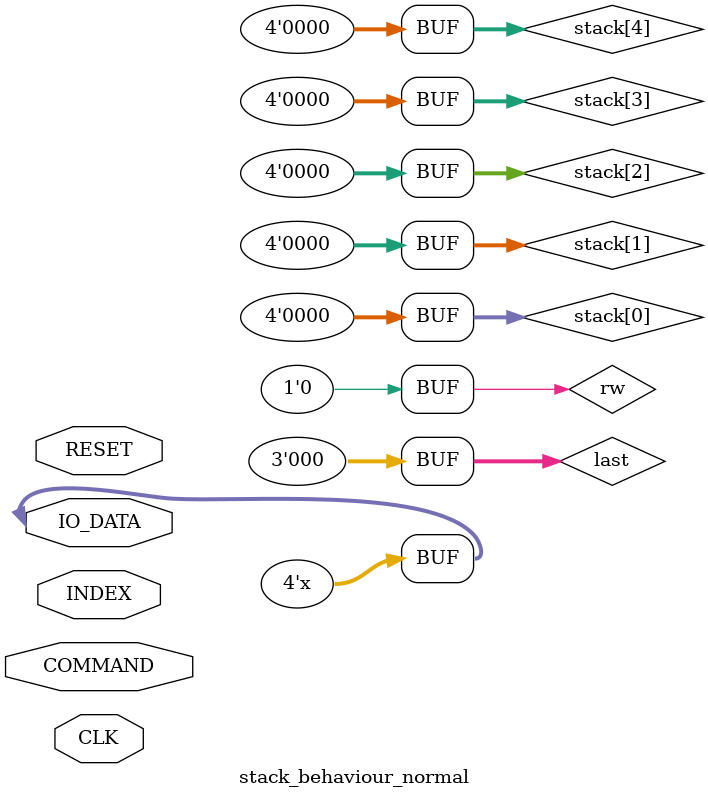
<source format=sv>
module stack_behaviour_normal(
    inout wire[3:0] IO_DATA, 
    input wire RESET, 
    input wire CLK, 
    input wire[1:0] COMMAND,
    input wire[2:0] INDEX
    ); 

    reg[3:0] stack[4:0];
    reg[2:0] last;

    integer rev = 3'b0;
    reg rw = 0;
    reg[3:0] out;
    assign IO_DATA = (rw) ? out : 4'bZZZZ;

    always @(RESET) begin
        for (integer i = 0; i < 5; i++) begin
            stack[i] = 5'b0;
        end
        last = 3'b0;
        rw = 0;
    end

    always @(posedge CLK) begin
        case (COMMAND)
            2'b00: begin rw = 0; end
            2'b01: begin 
                stack[last] = IO_DATA;
                rw = 0;
                last = (last == 4) ? 0 : last + 1;
            end
            2'b10: begin
                last = (last == 0) ? 4 : last - 1;
                rw = 1;
                out = stack[last];
            end
            2'b11: begin
                rev = (last + 5 - ((INDEX + 1) % 5)) % 5;
                rw = 1;
                out = stack[rev];
            end
        endcase
    end
endmodule

</source>
